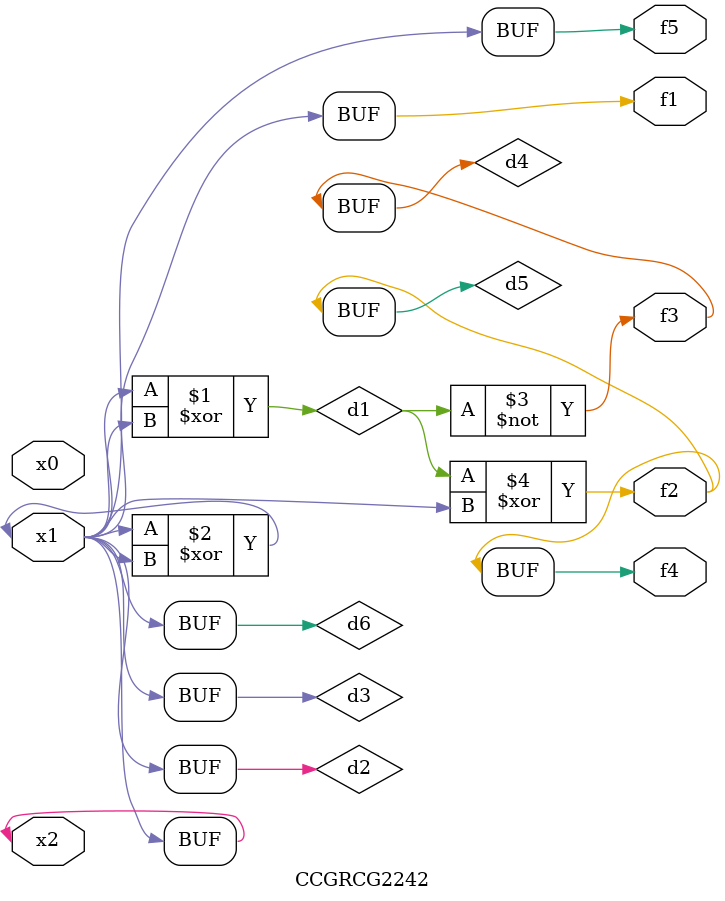
<source format=v>
module CCGRCG2242(
	input x0, x1, x2,
	output f1, f2, f3, f4, f5
);

	wire d1, d2, d3, d4, d5, d6;

	xor (d1, x1, x2);
	buf (d2, x1, x2);
	xor (d3, x1, x2);
	nor (d4, d1);
	xor (d5, d1, d2);
	buf (d6, d2, d3);
	assign f1 = d6;
	assign f2 = d5;
	assign f3 = d4;
	assign f4 = d5;
	assign f5 = d6;
endmodule

</source>
